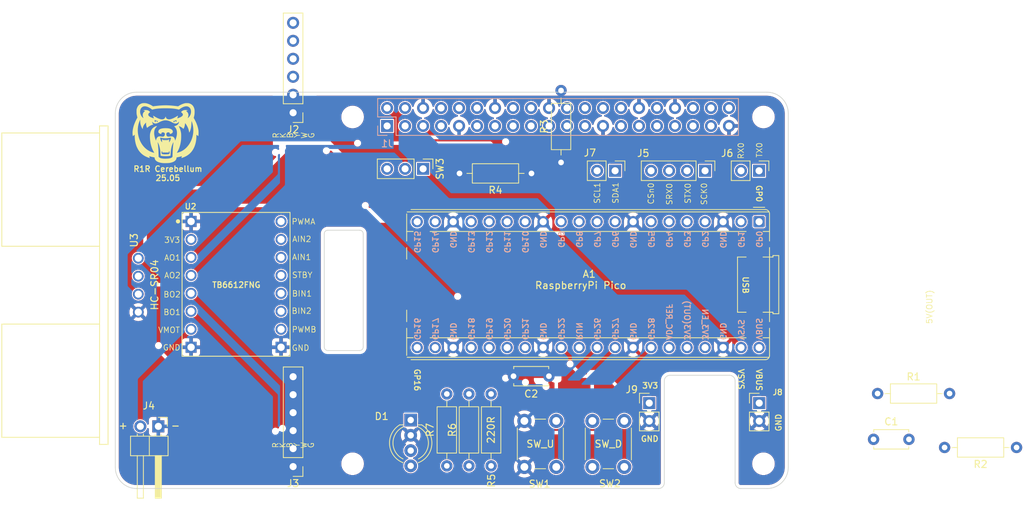
<source format=kicad_pcb>
(kicad_pcb (version 20241229) (generator "pcbnew") (generator_version "9.0")
  (title_block (date "15 nov 2012"))
  (layers (0 "F.Cu" signal) (4 "In1.Cu" signal) (6 "In2.Cu" signal) (2 "B.Cu" signal) (13 "F.Paste" user) (15 "B.Paste" user) (5 "F.SilkS" user "F.Silkscreen") (7 "B.SilkS" user "B.Silkscreen") (1 "F.Mask" user) (3 "B.Mask" user) (25 "Edge.Cuts" user))
  (net 0 "")
  (net 1 "GND")
  (net 2 "/AIN1")
  (net 3 "/R_LED")
  (net 4 "/GPIO4{slash}GPCLK0")
  (net 5 "/SPI0_CSn")
  (net 6 "/SW_PD")
  (net 7 "/GPIO17")
  (net 8 "/GPIO18{slash}PCM.CLK")
  (net 9 "/GPIO27")
  (net 10 "/GPIO22")
  (net 11 "/GPIO23")
  (net 12 "/GPIO24")
  (net 13 "VBUS")
  (net 14 "PICO3.3")
  (net 15 "/GPIO25")
  (net 16 "/UART0_RX")
  (net 17 "/SCL")
  (net 18 "/GPIO7{slash}SPI0.CE1")
  (net 19 "/ID_SDA")
  (net 20 "/ID_SCL")
  (net 21 "/GPIO5")
  (net 22 "/GPIO6")
  (net 23 "/GPIO12{slash}PWM0")
  (net 24 "/GPIO13{slash}PWM1")
  (net 25 "/GPIO19{slash}PCM.FS")
  (net 26 "/GPIO16")
  (net 27 "/GPIO26")
  (net 28 "/GPIO20{slash}PCM.DIN")
  (net 29 "/GPIO21{slash}PCM.DOUT")
  (net 30 "+5V")
  (net 31 "+3V3")
  (net 32 "/TRIG")
  (net 33 "/BENC_W")
  (net 34 "VSYS")
  (net 35 "/STBY")
  (net 36 "/BENC_Y")
  (net 37 "/B_LED")
  (net 38 "/AENC_W")
  (net 39 "/SPI0_SCK")
  (net 40 "/AIN2")
  (net 41 "/SW_PU")
  (net 42 "/PWMB")
  (net 43 "/SDA")
  (net 44 "/ECHO")
  (net 45 "/AENC_Y")
  (net 46 "/UART0_TX")
  (net 48 "/G_LED")
  (net 49 "/PWMA")
  (net 50 "/SPI0_RX")
  (net 51 "/BIN1")
  (net 52 "/BIN2")
  (net 53 "/SPI0_TX")
  (net 54 "/CE0")
  (net 55 "/RXD")
  (net 56 "/TXD")
  (net 57 "/MISO")
  (net 59 "/MOSI")
  (net 60 "/SCLK")
  (net 61 "/BO2")
  (net 63 "/AO2")
  (net 64 "/AO1")
  (net 65 "/VMOT")
  (net 66 "/BO1")
  (net 67 "Net-(D1-BA)")
  (net 68 "Net-(D1-RA)")
  (net 69 "Net-(D1-GA)")
  (net 70 "Net-(U3-ECHO)")
  (footprint "Connector_PinHeader_2.54mm:PinHeader_1x04_P2.54mm_Vertical" (layer "F.Cu") (at 153.255 55.1 -90)
    (property "Reference" "J5" (at -2.475 8.73 180) (layer "F.SilkS"))
    (property "Value" "Conn_SPI")
    (pad "1" thru_hole rect (at 0 0 270) (size 1.7 1.7) (drill 1) (layers "*.Cu" "*.Mask") (net 39 "/SPI0_SCK"))
    (pad "2" thru_hole circle (at 0 2.54 270) (size 1.7 1.7) (drill 1) (layers "*.Cu" "*.Mask") (net 53 "/SPI0_TX"))
    (pad "3" thru_hole circle (at 0 5.08 270) (size 1.7 1.7) (drill 1) (layers "*.Cu" "*.Mask") (net 50 "/SPI0_RX"))
    (pad "4" thru_hole circle (at 0 7.62 270) (size 1.7 1.7) (drill 1) (layers "*.Cu" "*.Mask") (net 5 "/SPI0_CSn"))
  )
  (footprint "MountingHole:MountingHole_2.7mm_M2.5" (layer "F.Cu") (at 161.5 47.5)
    (property "Reference" "MH2" (hide yes))
    (property "Value" "MountingHole_2.7mm_M2.5" (hide yes))
    (pad "" np_thru_hole circle (at 0 0) (size 2.7 2.7) (drill 2.7) (layers "*.Cu" "*.Mask"))
  )
  (footprint "Resistor_THT:R_Axial_DIN0207_L6.3mm_D2.5mm_P10.16mm_Horizontal" (layer "F.Cu") (at 123.05 96.8 90)
    (property "Reference" "R5" (at -2.1 0.05 90) (layer "F.SilkS"))
    (property "Value" "220R" (at 5.08 -0.004 90) (layer "F.SilkS"))
    (pad "1" thru_hole circle (at 0 0 90) (size 1.6 1.6) (drill 0.8) (layers "*.Cu" "*.Mask") (net 67 "Net-(D1-BA)"))
    (pad "2" thru_hole oval (at 10.16 0 90) (size 1.6 1.6) (drill 0.8) (layers "*.Cu" "*.Mask") (net 37 "/B_LED"))
  )
  (footprint "Connector_PinHeader_2.54mm:PinHeader_1x02_P2.54mm_Vertical" (layer "F.Cu") (at 140.555 55.1 -90)
    (property "Reference" "J7" (at -2.525 3.555 180) (layer "F.SilkS"))
    (property "Value" "Conn_I2C")
    (pad "1" thru_hole rect (at 0 0 270) (size 1.7 1.7) (drill 1) (layers "*.Cu" "*.Mask") (net 43 "/SDA"))
    (pad "2" thru_hole circle (at 0 2.54 270) (size 1.7 1.7) (drill 1) (layers "*.Cu" "*.Mask") (net 17 "/SCL"))
  )
  (footprint "LOGO" (layer "F.Cu") (at 77.1 49.8)
    (property "Reference" "G***" (hide yes))
    (property "Value" "LOGO" (hide yes))
  )
  (footprint "Resistor_THT:R_Axial_DIN0207_L6.3mm_D2.5mm_P10.16mm_Horizontal" (layer "F.Cu") (at 132.925 53.925 90)
    (property "Reference" "R3" (at 5.08 -2.37 90) (layer "F.SilkS"))
    (property "Value" "220R")
    (pad "1" thru_hole circle (at 0 0 90) (size 1.6 1.6) (drill 0.8) (layers "*.Cu" "*.Mask") (net 68 "Net-(D1-RA)"))
    (pad "2" thru_hole circle (at 10.16 0 90) (size 1.6 1.6) (drill 0.8) (layers "*.Cu" "*.Mask") (net 3 "/R_LED"))
  )
  (footprint "Connector_PinHeader_2.54mm:PinHeader_1x02_P2.54mm_Vertical" (layer "F.Cu") (at 160.9 87.925)
    (property "Reference" "J8" (at 2.6 -1.525 0) (layer "F.SilkS") (effects (font (size 0.8 0.8))))
    (property "Value" "VBUS(OUT)")
    (pad "1" thru_hole rect (at 0 0) (size 1.7 1.7) (drill 1) (layers "*.Cu" "*.Mask") (net 13 "VBUS"))
    (pad "2" thru_hole circle (at 0 2.54) (size 1.7 1.7) (drill 1) (layers "*.Cu" "*.Mask") (net 1 "GND"))
  )
  (footprint "Resistor_THT:R_Axial_DIN0207_L6.3mm_D2.5mm_P10.16mm_Horizontal" (layer "F.Cu") (at 177.6075 86.58)
    (property "Reference" "R1" (at 5.08 -2.37 0) (layer "F.SilkS"))
    (property "Value" "1.2k")
    (pad "1" thru_hole circle (at 0 0) (size 1.6 1.6) (drill 0.8) (layers "*.Cu" "*.Mask") (net 44 "/ECHO"))
    (pad "2" thru_hole circle (at 10.16 0) (size 1.6 1.6) (drill 0.8) (layers "*.Cu" "*.Mask") (net 70 "Net-(U3-ECHO)"))
  )
  (footprint "Button_Switch_THT:SW_PUSH_6mm_H5mm" (layer "F.Cu") (at 141.85 90.45 -90)
    (property "Reference" "SW2" (at 8.85 2.025 180) (layer "F.SilkS"))
    (property "Value" "PULLDOWN")
    (pad "1" thru_hole circle (at 0 0) (size 2 2) (drill 1.1) (layers "*.Cu" "*.Mask") (net 14 "PICO3.3"))
    (pad "1" thru_hole circle (at 6.5 0) (size 2 2) (drill 1.1) (layers "*.Cu" "*.Mask") (net 14 "PICO3.3"))
    (pad "2" thru_hole circle (at 0 4.5) (size 2 2) (drill 1.1) (layers "*.Cu" "*.Mask") (net 6 "/SW_PD"))
    (pad "2" thru_hole circle (at 6.5 4.5) (size 2 2) (drill 1.1) (layers "*.Cu" "*.Mask") (net 6 "/SW_PD"))
  )
  (footprint "Capacitor_THT:C_Disc_D4.7mm_W2.5mm_P5.00mm" (layer "F.Cu") (at 131.2125 84.125 180)
    (property "Reference" "C2" (at 2.5 -2.5 180) (layer "F.SilkS"))
    (property "Value" "100n")
    (pad "1" thru_hole circle (at 0 0 180) (size 1.6 1.6) (drill 0.8) (layers "*.Cu" "*.Mask") (net 14 "PICO3.3"))
    (pad "2" thru_hole circle (at 5 0 180) (size 1.6 1.6) (drill 0.8) (layers "*.Cu" "*.Mask") (net 6 "/SW_PD"))
  )
  (footprint "Connector_PinHeader_2.54mm:PinHeader_1x02_P2.54mm_Vertical" (layer "F.Cu") (at 160.875 55.1 -90)
    (property "Reference" "J6" (at -2.475 4.5 180) (layer "F.SilkS"))
    (property "Value" "Conn_UART")
    (pad "1" thru_hole rect (at 0 0 270) (size 1.7 1.7) (drill 1) (layers "*.Cu" "*.Mask") (net 46 "/UART0_TX"))
    (pad "2" thru_hole circle (at 0 2.54 270) (size 1.7 1.7) (drill 1) (layers "*.Cu" "*.Mask") (net 16 "/UART0_RX"))
  )
  (footprint "MountingHole:MountingHole_2.7mm_M2.5" (layer "F.Cu") (at 103.5 96.5)
    (property "Reference" "MH3" (hide yes))
    (property "Value" "MountingHole_2.7mm_M2.5" (hide yes))
    (pad "" np_thru_hole circle (at 0 0) (size 2.7 2.7) (drill 2.7) (layers "*.Cu" "*.Mask"))
  )
  (footprint "MountingHole:MountingHole_2.7mm_M2.5" (layer "F.Cu") (at 103.5 47.5)
    (property "Reference" "MH1" (hide yes))
    (property "Value" "MountingHole_2.7mm_M2.5" (hide yes))
    (pad "" np_thru_hole circle (at 0 0) (size 2.7 2.7) (drill 2.7) (layers "*.Cu" "*.Mask"))
  )
  (footprint "HC-SR04:XCVR_HC-SR04" (layer "F.Cu") (at 73.25 71.265 -90)
    (property "Reference" "U3" (at -6.34 0.595 90) (layer "F.SilkS") (effects (font (size 1.00052 1.00052))))
    (property "Value" "HC-SR04" (at -0.04 -2.305 90) (layer "F.SilkS") (effects (font (size 1.001693 1.001693))))
    (pad "1" thru_hole circle (at -3.81 0 270) (size 1.53 1.53) (drill 1.02) (layers "*.Cu" "*.Mask") (net 30 "+5V"))
    (pad "2" thru_hole circle (at -1.27 0 270) (size 1.53 1.53) (drill 1.02) (layers "*.Cu" "*.Mask") (net 32 "/TRIG"))
    (pad "3" thru_hole circle (at 1.27 0 270) (size 1.53 1.53) (drill 1.02) (layers "*.Cu" "*.Mask") (net 70 "Net-(U3-ECHO)"))
    (pad "4" thru_hole circle (at 3.81 0 270) (size 1.53 1.53) (drill 1.02) (layers "*.Cu" "*.Mask") (net 1 "GND"))
  )
  (footprint "LED_THT:LED_D5.0mm-4_RGB_Wide_Pins" (layer "F.Cu") (at 111.7 90.323 -90)
    (property "Reference" "D1" (at -0.523 4.1 180) (layer "F.SilkS"))
    (property "Value" "LED_RKGB")
    (pad "1" thru_hole rect (at 0 0 270) (size 1.8 1.8) (drill 0.9) (layers "*.Cu" "*.Mask") (net 68 "Net-(D1-RA)"))
    (pad "2" thru_hole circle (at 2.159 0 270) (size 1.8 1.8) (drill 0.9) (layers "*.Cu" "*.Mask") (net 1 "GND"))
    (pad "3" thru_hole circle (at 4.318 0 270) (size 1.8 1.8) (drill 0.9) (layers "*.Cu" "*.Mask") (net 69 "Net-(D1-GA)"))
    (pad "4" thru_hole circle (at 6.477 0 270) (size 1.8 1.8) (drill 0.9) (layers "*.Cu" "*.Mask") (net 67 "Net-(D1-BA)"))
  )
  (footprint "Connector_PinHeader_2.54mm:PinHeader_1x06_P2.54mm_Vertical" (layer "F.Cu") (at 95.1 46.9 180)
    (property "Reference" "J2" (at 0 -2.38 180) (layer "F.SilkS"))
    (property "Value" "Conn_01x06_Pin")
    (pad "1" thru_hole rect (at 0 0 180) (size 1.7 1.7) (drill 1) (layers "*.Cu" "*.Mask") (net 64 "/AO1"))
    (pad "2" thru_hole circle (at 0 2.54 180) (size 1.7 1.7) (drill 1) (layers "*.Cu" "*.Mask") (net 63 "/AO2"))
    (pad "3" thru_hole circle (at 0 5.08 180) (size 1.7 1.7) (drill 1) (layers "*.Cu" "*.Mask") (net 30 "+5V"))
    (pad "4" thru_hole circle (at 0 7.62 180) (size 1.7 1.7) (drill 1) (layers "*.Cu" "*.Mask") (net 45 "/AENC_Y"))
    (pad "5" thru_hole circle (at 0 10.16 180) (size 1.7 1.7) (drill 1) (layers "*.Cu" "*.Mask") (net 38 "/AENC_W"))
    (pad "6" thru_hole circle (at 0 12.7 180) (size 1.7 1.7) (drill 1) (layers "*.Cu" "*.Mask") (net 1 "GND"))
  )
  (footprint "Button_Switch_THT:SW_PUSH_6mm_H5mm" (layer "F.Cu") (at 132.25 90.45 -90)
    (property "Reference" "SW1" (at 8.9 2.35 180) (layer "F.SilkS"))
    (property "Value" "PULLUP")
    (pad "1" thru_hole circle (at 0 0) (size 2 2) (drill 1.1) (layers "*.Cu" "*.Mask") (net 41 "/SW_PU"))
    (pad "1" thru_hole circle (at 6.5 0) (size 2 2) (drill 1.1) (layers "*.Cu" "*.Mask") (net 41 "/SW_PU"))
    (pad "2" thru_hole circle (at 0 4.5) (size 2 2) (drill 1.1) (layers "*.Cu" "*.Mask") (net 1 "GND"))
    (pad "2" thru_hole circle (at 6.5 4.5) (size 2 2) (drill 1.1) (layers "*.Cu" "*.Mask") (net 1 "GND"))
  )
  (footprint "Resistor_THT:R_Axial_DIN0207_L6.3mm_D2.5mm_P10.16mm_Horizontal" (layer "F.Cu") (at 197.225 94.2 180)
    (property "Reference" "R2" (at 5.08 -2.37 0) (layer "F.SilkS"))
    (property "Value" "2k")
    (pad "1" thru_hole circle (at 0 0 180) (size 1.6 1.6) (drill 0.8) (layers "*.Cu" "*.Mask") (net 44 "/ECHO"))
    (pad "2" thru_hole circle (at 10.16 0 180) (size 1.6 1.6) (drill 0.8) (layers "*.Cu" "*.Mask") (net 1 "GND"))
  )
  (footprint "Resistor_THT:R_Axial_DIN0207_L6.3mm_D2.5mm_P10.16mm_Horizontal" (layer "F.Cu") (at 128.75 55.475 180)
    (property "Reference" "R4" (at 5.08 -2.37 180) (layer "F.SilkS"))
    (property "Value" "220R")
    (pad "1" thru_hole circle (at 0 0 180) (size 1.6 1.6) (drill 0.8) (layers "*.Cu" "*.Mask") (net 69 "Net-(D1-GA)"))
    (pad "2" thru_hole circle (at 10.16 0 180) (size 1.6 1.6) (drill 0.8) (layers "*.Cu" "*.Mask") (net 48 "/G_LED"))
  )
  (footprint "MountingHole:MountingHole_2.7mm_M2.5" (layer "F.Cu") (at 161.5 96.5)
    (property "Reference" "MH4" (hide yes))
    (property "Value" "MountingHole_2.7mm_M2.5" (hide yes))
    (pad "" np_thru_hole circle (at 0 0) (size 2.7 2.7) (drill 2.7) (layers "*.Cu" "*.Mask"))
  )
  (footprint "Connector_PinHeader_2.54mm:PinHeader_1x06_P2.54mm_Vertical" (layer "F.Cu") (at 95.1 96.9 180)
    (property "Reference" "J3" (at 0 -2.38 180) (layer "F.SilkS"))
    (property "Value" "Conn_01x06_Pin")
    (pad "1" thru_hole rect (at 0 0 180) (size 1.7 1.7) (drill 1) (layers "*.Cu" "*.Mask") (net 66 "/BO1"))
    (pad "2" thru_hole circle (at 0 2.54 180) (size 1.7 1.7) (drill 1) (layers "*.Cu" "*.Mask") (net 61 "/BO2"))
    (pad "3" thru_hole circle (at 0 5.08 180) (size 1.7 1.7) (drill 1) (layers "*.Cu" "*.Mask") (net 30 "+5V"))
    (pad "4" thru_hole circle (at 0 7.62 180) (size 1.7 1.7) (drill 1) (layers "*.Cu" "*.Mask") (net 36 "/BENC_Y"))
    (pad "5" thru_hole circle (at 0 10.16 180) (size 1.7 1.7) (drill 1) (layers "*.Cu" "*.Mask") (net 33 "/BENC_W"))
    (pad "6" thru_hole circle (at 0 12.7 180) (size 1.7 1.7) (drill 1) (layers "*.Cu" "*.Mask") (net 1 "GND"))
  )
  (footprint "Connector_PinHeader_2.54mm:PinHeader_1x02_P2.54mm_Horizontal" (layer "F.Cu") (at 76.075 91.215 -90)
    (property "Reference" "J4" (at -2.9 1.34 180) (layer "F.SilkS"))
    (property "Value" "MD_POW")
    (pad "1" thru_hole rect (at 0 0 270) (size 1.7 1.7) (drill 1) (layers "*.Cu" "*.Mask") (net 1 "GND"))
    (pad "2" thru_hole circle (at 0 2.54 270) (size 1.7 1.7) (drill 1) (layers "*.Cu" "*.Mask") (net 65 "/VMOT"))
  )
  (footprint "Connector_PinHeader_2.54mm:PinHeader_1x03_P2.54mm_Vertical" (layer "F.Cu") (at 113.45 54.825 -90)
    (property "Reference" "SW3" (at 0 -2.38 90) (layer "F.SilkS"))
    (property "Value" "SW_SPDT")
    (pad "1" thru_hole rect (at 0 0 270) (size 1.7 1.7) (drill 1) (layers "*.Cu" "*.Mask") (net 34 "VSYS"))
    (pad "2" thru_hole circle (at 0 2.54 270) (size 1.7 1.7) (drill 1) (layers "*.Cu" "*.Mask") (net 30 "+5V"))
    (pad "3" thru_hole circle (at 0 5.08 270) (size 1.7 1.7) (drill 1) (layers "*.Cu" "*.Mask"))
  )
  (footprint "POLOLU_TB6612:POLOLU_TB6612" (layer "F.Cu") (at 87.05 71.15)
    (property "Reference" "U2" (at -6.425 -11 0) (layer "F.SilkS") (effects (font (size 0.8 0.8))))
    (property "Value" "POLOLU_TB6612_CARRIER")
    (pad "1" thru_hole rect (at -6.35 -8.89) (size 1.56 1.56) (drill 1.04) (layers "*.Cu" "*.Mask") (net 1 "GND"))
    (pad "2" thru_hole circle (at -6.35 -6.35) (size 1.56 1.56) (drill 1.04) (layers "*.Cu" "*.Mask") (net 14 "PICO3.3"))
    (pad "3" thru_hole circle (at -6.35 -3.81) (size 1.56 1.56) (drill 1.04) (layers "*.Cu" "*.Mask") (net 64 "/AO1"))
    (pad "4" thru_hole circle (at -6.35 -1.27) (size 1.56 1.56) (drill 1.04) (layers "*.Cu" "*.Mask") (net 63 "/AO2"))
    (pad "5" thru_hole circle (at -6.35 1.27) (size 1.56 1.56) (drill 1.04) (layers "*.Cu" "*.Mask") (net 61 "/BO2"))
    (pad "6" thru_hole circle (at -6.35 3.81) (size 1.56 1.56) (drill 1.04) (layers "*.Cu" "*.Mask") (net 66 "/BO1"))
    (pad "7" thru_hole circle (at -6.35 6.35) (size 1.56 1.56) (drill 1.04) (layers "*.Cu" "*.Mask") (net 65 "/VMOT"))
    (pad "8" thru_hole rect (at -6.35 8.89) (size 1.56 1.56) (drill 1.04) (layers "*.Cu" "*.Mask") (net 1 "GND"))
    (pad "9" thru_hole rect (at 6.35 8.89) (size 1.56 1.56) (drill 1.04) (layers "*.Cu" "*.Mask") (net 1 "GND"))
    (pad "10" thru_hole circle (at 6.35 6.35) (size 1.56 1.56) (drill 1.04) (layers "*.Cu" "*.Mask") (net 42 "/PWMB"))
    (pad "11" thru_hole circle (at 6.35 3.81) (size 1.56 1.56) (drill 1.04) (layers "*.Cu" "*.Mask") (net 52 "/BIN2"))
    (pad "12" thru_hole circle (at 6.35 1.27) (size 1.56 1.56) (drill 1.04) (layers "*.Cu" "*.Mask") (net 51 "/BIN1"))
    (pad "13" thru_hole circle (at 6.35 -1.27) (size 1.56 1.56) (drill 1.04) (layers "*.Cu" "*.Mask") (net 35 "/STBY"))
    (pad "14" thru_hole circle (at 6.35 -3.81) (size 1.56 1.56) (drill 1.04) (layers "*.Cu" "*.Mask") (net 2 "/AIN1"))
    (pad "15" thru_hole circle (at 6.35 -6.35) (size 1.56 1.56) (drill 1.04) (layers "*.Cu" "*.Mask") (net 40 "/AIN2"))
    (pad "16" thru_hole circle (at 6.35 -8.89) (size 1.56 1.56) (drill 1.04) (layers "*.Cu" "*.Mask") (net 49 "/PWMA"))
  )
  (footprint "Resistor_THT:R_Axial_DIN0207_L6.3mm_D2.5mm_P10.16mm_Horizontal" (layer "F.Cu") (at 119.925 96.8 90)
    (property "Reference" "R6" (at 5.08 -2.37 90) (layer "F.SilkS"))
    (property "Value" "1k")
    (pad "1" thru_hole circle (at 0 0 90) (size 1.6 1.6) (drill 0.8) (layers "*.Cu" "*.Mask") (net 41 "/SW_PU"))
    (pad "2" thru_hole circle (at 10.16 0 90) (size 1.6 1.6) (drill 0.8) (layers "*.Cu" "*.Mask") (net 14 "PICO3.3"))
  )
  (footprint "Capacitor_THT:C_Disc_D4.7mm_W2.5mm_P5.00mm" (layer "F.Cu") (at 177.0375 93.05)
    (property "Reference" "C1" (at 2.5 -2.5 0) (layer "F.SilkS"))
    (property "Value" "100n")
    (pad "1" thru_hole circle (at 0 0) (size 1.6 1.6) (drill 0.8) (layers "*.Cu" "*.Mask") (net 41 "/SW_PU"))
    (pad "2" thru_hole circle (at 5 0) (size 1.6 1.6) (drill 0.8) (layers "*.Cu" "*.Mask") (net 1 "GND"))
  )
  (footprint "Connector_PinHeader_2.54mm:PinHeader_1x02_P2.54mm_Vertical" (layer "F.Cu") (at 145.375 87.925)
    (property "Reference" "J9" (at -2.475 -1.91 180) (layer "F.SilkS"))
    (property "Value" "3V3(OUT)")
    (pad "1" thru_hole rect (at 0 0) (size 1.7 1.7) (drill 1) (layers "*.Cu" "*.Mask") (net 14 "PICO3.3"))
    (pad "2" thru_hole circle (at 0 2.54) (size 1.7 1.7) (drill 1) (layers "*.Cu" "*.Mask") (net 1 "GND"))
  )
  (footprint "RaspberryPi_Pico:RaspberryPi_Pico_Common_THT" (layer "F.Cu") (at 160.875 62.3 -90)
    (property "Reference" "A1" (at 7.4 24.975 0) (layer "F.SilkS") (effects (justify left)))
    (property "Value" "RaspberryPi_Pico")
    (fp_text user "VBUS" (at 20.7 0 270) (layer "F.SilkS") (effects (font (size 0.8 0.8)) (justify left)))
    (fp_text user "VSYS" (at 20.7 2.54 270) (layer "F.SilkS") (effects (font (size 0.8 0.8)) (justify left)))
    (fp_text user "USB" (at 7.65 2.375 270) (layer "F.SilkS") (effects (font (size 0.8 0.8) (thickness 0.15) (bold yes)) (justify left bottom)))
    (fp_text user "GP16" (at 20.7 48.26 270) (layer "F.SilkS") (effects (font (size 0.8 0.8)) (justify left)))
    (fp_text user "GP0" (at -2.7 0 270) (layer "F.SilkS") (effects (font (size 0.8 0.8)) (justify right)))
    (fp_text user "GP19" (at 16.8 38.1 270) (layer "B.SilkS") (effects (font (size 0.8 0.8)) (justify left mirror)))
    (fp_text user "GP18" (at 16.8 40.64 270) (layer "B.SilkS") (effects (font (size 0.8 0.8)) (justify left mirror)))
    (fp_text user "GP12" (at 1.2 38.1 270) (layer "B.SilkS") (effects (font (size 0.8 0.8)) (justify right mirror)))
    (fp_text user "GND" (at 16.8 17.78 270) (layer "B.SilkS") (effects (font (size 0.8 0.8)) (justify left mirror)))
    (fp_text user "ADC_REF" (at 16.8 12.7 270) (layer "B.SilkS") (effects (font (size 0.8 0.8)) (justify left mirror)))
    (fp_text user "VBUS" (at 16.8 0 270) (layer "B.SilkS") (effects (font (size 0.8 0.8)) (justify left mirror)))
    (fp_text user "GP1" (at 1.2 2.54 270) (layer "B.SilkS") (effects (font (size 0.8 0.8)) (justify right mirror)))
    (fp_text user "GP17" (at 16.8 45.72 270) (layer "B.SilkS") (effects (font (size 0.8 0.8)) (justify left mirror)))
    (fp_text user "GP13" (at 1.2 40.64 270) (layer "B.SilkS") (effects (font (size 0.8 0.8)) (justify right mirror)))
    (fp_text user "GP6" (at 1.2 20.32 270) (layer "B.SilkS") (effects (font (size 0.8 0.8)) (justify right mirror)))
    (fp_text user "GP5" (at 1.2 15.24 270) (layer "B.SilkS") (effects (font (size 0.8 0.8)) (justify right mirror)))
    (fp_text user "GP14" (at 1.2 45.72 270) (layer "B.SilkS") (effects (font (size 0.8 0.8)) (justify right mirror)))
    (fp_text user "GP8" (at 1.2 25.4 270) (layer "B.SilkS") (effects (font (size 0.8 0.8)) (justify right mirror)))
    (fp_text user "VSYS" (at 16.8 2.54 270) (layer "B.SilkS") (effects (font (size 0.8 0.8)) (justify left mirror)))
    (fp_text user "GND" (at 1.2 43.18 270) (layer "B.SilkS") (effects (font (size 0.8 0.8)) (justify right mirror)))
    (fp_text user "GND" (at 16.8 5.08 270) (layer "B.SilkS") (effects (font (size 0.8 0.8)) (justify left mirror)))
    (fp_text user "GP0" (at 1.2 0 270) (layer "B.SilkS") (effects (font (size 0.8 0.8)) (justify right mirror)))
    (fp_text user "RUN" (at 16.8 25.4 270) (layer "B.SilkS") (effects (font (size 0.8 0.8)) (justify left mirror)))
    (fp_text user "GP21" (at 16.8 33.02 270) (layer "B.SilkS") (effects (font (size 0.8 0.8)) (justify left mirror)))
    (fp_text user "GP4" (at 1.2 12.7 270) (layer "B.SilkS") (effects (font (size 0.8 0.8)) (justify right mirror)))
    (fp_text user "GND" (at 1.2 5.08 270) (layer "B.SilkS") (effects (font (size 0.8 0.8)) (justify right mirror)))
    (fp_text user "GP3" (at 1.2 10.16 270) (layer "B.SilkS") (effects (font (size 0.8 0.8)) (justify right mirror)))
    (fp_text user "GP20" (at 16.8 35.56 270) (layer "B.SilkS") (effects (font (size 0.8 0.8)) (justify left mirror)))
    (fp_text user "GP26" (at 16.8 22.86 270) (layer "B.SilkS") (effects (font (size 0.8 0.8)) (justify left mirror)))
    (fp_text user "GP22" (at 16.8 27.94 270) (layer "B.SilkS") (effects (font (size 0.8 0.8)) (justify left mirror)))
    (fp_text user "GP11" (at 1.2 35.56 270) (layer "B.SilkS") (effects (font (size 0.8 0.8)) (justify right mirror)))
    (fp_text user "GND" (at 1.2 17.78 270) (layer "B.SilkS") (effects (font (size 0.8 0.8)) (justify right mirror)))
    (fp_text user "GP10" (at 1.2 33.02 270) (layer "B.SilkS") (effects (font (size 0.8 0.8)) (justify right mirror)))
    (fp_text user "GP7" (at 1.2 22.86 270) (layer "B.SilkS") (effects (font (size 0.8 0.8)) (justify right mirror)))
    (fp_text user "GP2" (at 1.2 7.62 270) (layer "B.SilkS") (effects (font (size 0.8 0.8)) (justify right mirror)))
    (fp_text user "GND" (at 16.8 30.48 270) (layer "B.SilkS") (effects (font (size 0.8 0.8)) (justify left mirror)))
    (fp_text user "GP15" (at 1.2 48.26 270) (layer "B.SilkS") (effects (font (size 0.8 0.8)) (justify right mirror)))
    (fp_text user "3V3(OUT)" (at 16.8 10.16 270) (layer "B.SilkS") (effects (font (size 0.8 0.8)) (justify left mirror)))
    (fp_text user "GND" (at 16.8 43.18 270) (layer "B.SilkS") (effects (font (size 0.8 0.8)) (justify left mirror)))
    (fp_text user "GP9" (at 1.2 27.94 270) (layer "B.SilkS") (effects (font (size 0.8 0.8)) (justify right mirror)))
    (fp_text user "3V3_EN" (at 16.8 7.62 270) (layer "B.SilkS") (effects (font (size 0.8 0.8)) (justify left mirror)))
    (fp_text user "GP27" (at 16.8 20.32 270) (layer "B.SilkS") (effects (font (size 0.8 0.8)) (justify left mirror)))
    (fp_text user "GND" (at 1.2 30.48 270) (layer "B.SilkS") (effects (font (size 0.8 0.8)) (justify right mirror)))
    (fp_text user "GP28" (at 16.8 15.24 270) (layer "B.SilkS") (effects (font (size 0.8 0.8)) (justify left mirror)))
    (fp_text user "GP16" (at 16.8 48.26 270) (layer "B.SilkS") (effects (font (size 0.8 0.8)) (justify left mirror)))
    (pad "1" thru_hole roundrect (at 0 0 270) (size 1.6 1.6) (drill 1) (layers "*.Cu" "*.Mask") (roundrect_rratio 0.125) (net 46 "/UART0_TX"))
    (pad "2" thru_hole circle (at 0 2.54 270) (size 1.6 1.6) (drill 1) (layers "*.Cu" "*.Mask") (net 16 "/UART0_RX"))
    (pad "3" thru_hole custom (at 0 5.08 270) (size 1.6 1.6) (drill 1) (layers "*.Cu" "*.Mask") (net 1 "GND") (options (clearance outline) (anchor circle)) (primitives (gr_poly (pts (xy 0.8 0.6) (xy 0.8 -0.6) (xy 0.6 -0.8) (xy 0 -0.8) (xy 0 0.8) (xy 0.6 0.8)) (width 0) (fill yes)) (gr_circle (center 0.6 0.6) (end 0.8 0.6) (width 0) (fill yes)) (gr_circle (center 0.6 -0.6) (end 0.8 -0.6) (width 0) (fill yes))))
    (pad "4" thru_hole circle (at 0 7.62 270) (size 1.6 1.6) (drill 1) (layers "*.Cu" "*.Mask") (net 39 "/SPI0_SCK"))
    (pad "5" thru_hole circle (at 0 10.16 270) (size 1.6 1.6) (drill 1) (layers "*.Cu" "*.Mask") (net 53 "/SPI0_TX"))
    (pad "6" thru_hole circle (at 0 12.7 270) (size 1.6 1.6) (drill 1) (layers "*.Cu" "*.Mask") (net 50 "/SPI0_RX"))
    (pad "7" thru_hole circle (at 0 15.24 270) (size 1.6 1.6) (drill 1) (layers "*.Cu" "*.Mask") (net 5 "/SPI0_CSn"))
    (pad "8" thru_hole custom (at 0 17.78 270) (size 1.6 1.6) (drill 1) (layers "*.Cu" "*.Mask") (net 1 "GND") (options (clearance outline) (anchor circle)) (primitives (gr_poly (pts (xy 0.8 0.6) (xy 0.8 -0.6) (xy 0.6 -0.8) (xy 0 -0.8) (xy 0 0.8) (xy 0.6 0.8)) (width 0) (fill yes)) (gr_circle (center 0.6 0.6) (end 0.8 0.6) (width 0) (fill yes)) (gr_circle (center 0.6 -0.6) (end 0.8 -0.6) (width 0) (fill yes))))
    (pad "9" thru_hole circle (at 0 20.32 270) (size 1.6 1.6) (drill 1) (layers "*.Cu" "*.Mask") (net 43 "/SDA"))
    (pad "10" thru_hole circle (at 0 22.86 270) (size 1.6 1.6) (drill 1) (layers "*.Cu" "*.Mask") (net 17 "/SCL"))
    (pad "11" thru_hole circle (at 0 25.4 270) (size 1.6 1.6) (drill 1) (layers "*.Cu" "*.Mask") (net 32 "/TRIG"))
    (pad "12" thru_hole circle (at 0 27.94 270) (size 1.6 1.6) (drill 1) (layers "*.Cu" "*.Mask") (net 44 "/ECHO"))
    (pad "13" thru_hole custom (at 0 30.48 270) (size 1.6 1.6) (drill 1) (layers "*.Cu" "*.Mask") (net 1 "GND") (options (clearance outline) (anchor circle)) (primitives (gr_poly (pts (xy 0.8 0.6) (xy 0.8 -0.6) (xy 0.6 -0.8) (xy 0 -0.8) (xy 0 0.8) (xy 0.6 0.8)) (width 0) (fill yes)) (gr_circle (center 0.6 0.6) (end 0.8 0.6) (width 0) (fill yes)) (gr_circle (center 0.6 -0.6) (end 0.8 -0.6) (width 0) (fill yes))))
    (pad "14" thru_hole circle (at 0 33.02 270) (size 1.6 1.6) (drill 1) (layers "*.Cu" "*.Mask") (net 38 "/AENC_W"))
    (pad "15" thru_hole circle (at 0 35.56 270) (size 1.6 1.6) (drill 1) (layers "*.Cu" "*.Mask") (net 45 "/AENC_Y"))
    (pad "16" thru_hole circle (at 0 38.1 270) (size 1.6 1.6) (drill 1) (layers "*.Cu" "*.Mask") (net 35 "/STBY"))
    (pad "17" thru_hole circle (at 0 40.64 270) (size 1.6 1.6) (drill 1) (layers "*.Cu" "*.Mask") (net 49 "/PWMA"))
    (pad "18" thru_hole custom (at 0 43.18 270) (size 1.6 1.6) (drill 1) (layers "*.Cu" "*.Mask") (net 1 "GND") (options (clearance outline) (anchor circle)) (primitives (gr_poly (pts (xy 0.8 0.6) (xy 0.8 -0.6) (xy 0.6 -0.8) (xy 0 -0.8) (xy 0 0.8) (xy 0.6 0.8)) (width 0) (fill yes)) (gr_circle (center 0.6 0.6) (end 0.8 0.6) (width 0) (fill yes)) (gr_circle (center 0.6 -0.6) (end 0.8 -0.6) (width 0) (fill yes))))
    (pad "19" thru_hole circle (at 0 45.72 270) (size 1.6 1.6) (drill 1) (layers "*.Cu" "*.Mask") (net 40 "/AIN2"))
    (pad "20" thru_hole circle (at 0 48.26 270) (size 1.6 1.6) (drill 1) (layers "*.Cu" "*.Mask") (net 2 "/AIN1"))
    (pad "21" thru_hole circle (at 17.78 48.26 270) (size 1.6 1.6) (drill 1) (layers "*.Cu" "*.Mask") (net 51 "/BIN1"))
    (pad "22" thru_hole circle (at 17.78 45.72 270) (size 1.6 1.6) (drill 1) (layers "*.Cu" "*.Mask") (net 52 "/BIN2"))
    (pad "23" thru_hole custom (at 17.78 43.18 270) (size 1.6 1.6) (drill 1) (layers "*.Cu" "*.Mask") (net 1 "GND") (options (clearance outline) (anchor circle)) (primitives (gr_poly (pts (xy -0.8 0.6) (xy -0.8 -0.6) (xy -0.6 -0.8) (xy 0 -0.8) (xy 0 0.8) (xy -0.6 0.8)) (width 0) (fill yes)) (gr_circle (center -0.6 0.6) (end -0.4 0.6) (width 0) (fill yes)) (gr_circle (center -0.6 -0.6) (end -0.4 -0.6) (width 0) (fill yes))))
    (pad "24" thru_hole circle (at 17.78 40.64 270) (size 1.6 1.6) (drill 1) (layers "*.Cu" "*.Mask") (net 42 "/PWMB"))
    (pad "25" thru_hole circle (at 17.78 38.1 270) (size 1.6 1.6) (drill 1) (layers "*.Cu" "*.Mask") (net 36 "/BENC_Y"))
    (pad "26" thru_hole circle (at 17.78 35.56 270) (size 1.6 1.6) (drill 1) (layers "*.Cu" "*.Mask") (net 33 "/BENC_W"))
    (pad "27" thru_hole circle (at 17.78 33.02 270) (size 1.6 1.6) (drill 1) (layers "*.Cu" "*.Mask") (net 41 "/SW_PU"))
    (pad "28" thru_hole custom (at 17.78 30.48 270) (size 1.6 1.6) (drill 1) (layers "*.Cu" "*.Mask") (net 1 "GND") (options (clearance outline) (anchor circle)) (primitives (gr_poly (pts (xy -0.8 0.6) (xy -0.8 -0.6) (xy -0.6 -0.8) (xy 0 -0.8) (xy 0 0.8) (xy -0.6 0.8)) (width 0) (fill yes)) (gr_circle (center -0.6 0.6) (end -0.4 0.6) (width 0) (fill yes)) (gr_circle (center -0.6 -0.6) (end -0.4 -0.6) (width 0) (fill yes))))
    (pad "29" thru_hole circle (at 17.78 27.94 270) (size 1.6 1.6) (drill 1) (layers "*.Cu" "*.Mask") (net 6 "/SW_PD"))
    (pad "30" thru_hole circle (at 17.78 25.4 270) (size 1.6 1.6) (drill 1) (layers "*.Cu" "*.Mask"))
    (pad "31" thru_hole circle (at 17.78 22.86 270) (size 1.6 1.6) (drill 1) (layers "*.Cu" "*.Mask") (net 37 "/B_LED"))
    (pad "32" thru_hole circle (at 17.78 20.32 270) (size 1.6 1.6) (drill 1) (layers "*.Cu" "*.Mask") (net 48 "/G_LED"))
    (pad "33" thru_hole custom (at 17.78 17.78 270) (size 1.6 1.6) (drill 1) (layers "*.Cu" "*.Mask") (net 1 "GND") (options (clearance outline) (anchor circle)) (primitives (gr_poly (pts (xy -0.8 0.6) (xy -0.8 -0.6) (xy -0.6 -0.8) (xy 0 -0.8) (xy 0 0.8) (xy -0.6 0.8)) (width 0) (fill yes)) (gr_circle (center -0.6 0.6) (end -0.4 0.6) (width 0) (fill yes)) (gr_circle (center -0.6 -0.6) (end -0.4 -0.6) (width 0) (fill yes))))
    (pad "34" thru_hole circle (at 17.78 15.24 270) (size 1.6 1.6) (drill 1) (layers "*.Cu" "*.Mask") (net 3 "/R_LED"))
    (pad "35" thru_hole circle (at 17.78 12.7 270) (size 1.6 1.6) (drill 1) (layers "*.Cu" "*.Mask"))
    (pad "36" thru_hole circle (at 17.78 10.16 270) (size 1.6 1.6) (drill 1) (layers "*.Cu" "*.Mask") (net 14 "PICO3.3"))
    (pad "37" thru_hole circle (at 17.78 7.62 270) (size 1.6 1.6) (drill 1) (layers "*.Cu" "*.Mask"))
    (pad "38" thru_hole custom (at 17.78 5.08 270) (size 1.6 1.6) (drill 1) (layers "*.Cu" "*.Mask") (net 1 "GND") (options (clearance outline) (anchor circle)) (primitives (gr_poly (pts (xy -0.8 0.6) (xy -0.8 -0.6) (xy -0.6 -0.8) (xy 0 -0.8) (xy 0 0.8) (xy -0.6 0.8)) (width 0) (fill yes)) (gr_circle (center -0.6 0.6) (end -0.4 0.6) (width 0) (fill yes)) (gr_circle (center -0.6 -0.6) (end -0.4 -0.6) (width 0) (fill yes))))
    (pad "39" thru_hole circle (at 17.78 2.54 270) (size 1.6 1.6) (drill 1) (layers "*.Cu" "*.Mask") (net 34 "VSYS"))
    (pad "40" thru_hole circle (at 17.78 0 270) (size 1.6 1.6) (drill 1) (layers "*.Cu" "*.Mask") (net 13 "VBUS"))
  )
  (footprint "Resistor_THT:R_Axial_DIN0207_L6.3mm_D2.5mm_P10.16mm_Horizontal" (layer "F.Cu") (at 116.8 96.8 90)
    (property "Reference" "R7" (at 5.08 -2.37 90) (layer "F.SilkS"))
    (property "Value" "1k")
    (pad "1" thru_hole circle (at 0 0 90) (size 1.6 1.6) (drill 0.8) (layers "*.Cu" "*.Mask") (net 1 "GND"))
    (pad "2" thru_hole circle (at 10.16 0 90) (size 1.6 1.6) (drill 0.8) (layers "*.Cu" "*.Mask") (net 6 "/SW_PD"))
  )
  (footprint "Connector_PinSocket_2.54mm:PinSocket_2x20_P2.54mm_Vertical" (layer "B.Cu") (at 108.37 48.77 -90)
    (property "Reference" "J1" (at 2.5 0 0) (layer "B.SilkS") (effects (justify mirror)))
    (property "Value" "GPIO")
    (pad "1" thru_hole rect (at 0 0 270) (size 1.7 1.7) (drill 1) (layers "*.Cu" "*.Mask") (net 31 "+3V3"))
    (pad "2" thru_hole oval (at -2.54 0 270) (size 1.7 1.7) (drill 1) (layers "*.Cu" "*.Mask") (net 30 "+5V"))
    (pad "3" thru_hole oval (at 0 -2.54 270) (size 1.7 1.7) (drill 1) (layers "*.Cu" "*.Mask") (net 43 "/SDA"))
    (pad "4" thru_hole oval (at -2.54 -2.54 270) (size 1.7 1.7) (drill 1) (layers "*.Cu" "*.Mask") (net 30 "+5V"))
    (pad "5" thru_hole oval (at 0 -5.08 270) (size 1.7 1.7) (drill 1) (layers "*.Cu" "*.Mask") (net 17 "/SCL"))
    (pad "6" thru_hole oval (at -2.54 -5.08 270) (size 1.7 1.7) (drill 1) (layers "*.Cu" "*.Mask") (net 1 "GND"))
    (pad "7" thru_hole oval (at 0 -7.62 270) (size 1.7 1.7) (drill 1) (layers "*.Cu" "*.Mask") (net 4 "/GPIO4{slash}GPCLK0"))
    (pad "8" thru_hole oval (at -2.54 -7.62 270) (size 1.7 1.7) (drill 1) (layers "*.Cu" "*.Mask") (net 56 "/TXD"))
    (pad "9" thru_hole oval (at 0 -10.16 270) (size 1.7 1.7) (drill 1) (layers "*.Cu" "*.Mask") (net 1 "GND"))
    (pad "10" thru_hole oval (at -2.54 -10.16 270) (size 1.7 1.7) (drill 1) (layers "*.Cu" "*.Mask") (net 55 "/RXD"))
    (pad "11" thru_hole oval (at 0 -12.7 270) (size 1.7 1.7) (drill 1) (layers "*.Cu" "*.Mask") (net 7 "/GPIO17"))
    (pad "12" thru_hole oval (at -2.54 -12.7 270) (size 1.7 1.7) (drill 1) (layers "*.Cu" "*.Mask") (net 8 "/GPIO18{slash}PCM.CLK"))
    (pad "13" thru_hole oval (at 0 -15.24 270) (size 1.7 1.7) (drill 1) (layers "*.Cu" "*.Mask") (net 9 "/GPIO27"))
    (pad "14" thru_hole oval (at -2.54 -15.24 270) (size 1.7 1.7) (drill 1) (layers "*.Cu" "*.Mask") (net 1 "GND"))
    (pad "15" thru_hole oval (at 0 -17.78 270) (size 1.7 1.7) (drill 1) (layers "*.Cu" "*.Mask") (net 10 "/GPIO22"))
    (pad "16" thru_hole oval (at -2.54 -17.78 270) (size 1.7 1.7) (drill 1) (layers "*.Cu" "*.Mask") (net 11 "/GPIO23"))
    (pad "17" thru_hole oval (at 0 -20.32 270) (size 1.7 1.7) (drill 1) (layers "*.Cu" "*.Mask") (net 31 "+3V3"))
    (pad "18" thru_hole oval (at -2.54 -20.32 270) (size 1.7 1.7) (drill 1) (layers "*.Cu" "*.Mask") (net 12 "/GPIO24"))
    (pad "19" thru_hole oval (at 0 -22.86 270) (size 1.7 1.7) (drill 1) (layers "*.Cu" "*.Mask") (net 59 "/MOSI"))
    (pad "20" thru_hole oval (at -2.54 -22.86 270) (size 1.7 1.7) (drill 1) (layers "*.Cu" "*.Mask") (net 1 "GND"))
    (pad "21" thru_hole oval (at 0 -25.4 270) (size 1.7 1.7) (drill 1) (layers "*.Cu" "*.Mask") (net 57 "/MISO"))
    (pad "22" thru_hole oval (at -2.54 -25.4 270) (size 1.7 1.7) (drill 1) (layers "*.Cu" "*.Mask") (net 15 "/GPIO25"))
    (pad "23" thru_hole oval (at 0 -27.94 270) (size 1.7 1.7) (drill 1) (layers "*.Cu" "*.Mask") (net 60 "/SCLK"))
    (pad "24" thru_hole oval (at -2.54 -27.94 270) (size 1.7 1.7) (drill 1) (layers "*.Cu" "*.Mask") (net 54 "/CE0"))
    (pad "25" thru_hole oval (at 0 -30.48 270) (size 1.7 1.7) (drill 1) (layers "*.Cu" "*.Mask") (net 1 "GND"))
    (pad "26" thru_hole oval (at -2.54 -30.48 270) (size 1.7 1.7) (drill 1) (layers "*.Cu" "*.Mask") (net 18 "/GPIO7{slash}SPI0.CE1"))
    (pad "27" thru_hole oval (at 0 -33.02 270) (size 1.7 1.7) (drill 1) (layers "*.Cu" "*.Mask") (net 19 "/ID_SDA"))
    (pad "28" thru_hole oval (at -2.54 -33.02 270) (size 1.7 1.7) (drill 1) (layers "*.Cu" "*.Mask") (net 20 "/ID_SCL"))
    (pad "29" thru_hole oval (at 0 -35.56 270) (size 1.7 1.7) (drill 1) (layers "*.Cu" "*.Mask") (net 21 "/GPIO5"))
    (pad "30" thru_hole oval (at -2.54 -35.56 270) (size 1.7 1.7) (drill 1) (layers "*.Cu" "*.Mask") (net 1 "GND"))
    (pad "31" thru_hole oval (at 0 -38.1 270) (size 1.7 1.7) (drill 1) (layers "*.Cu" "*.Mask") (net 22 "/GPIO6"))
    (pad "32" thru_hole oval (at -2.54 -38.1 270) (size 1.7 1.7) (drill 1) (layers "*.Cu" "*.Mask") (net 23 "/GPIO12{slash}PWM0"))
    (pad "33" thru_hole oval (at 0 -40.64 270) (size 1.7 1.7) (drill 1) (layers "*.Cu" "*.Mask") (net 24 "/GPIO13{slash}PWM1"))
    (pad "34" thru_hole oval (at -2.54 -40.64 270) (size 1.7 1.7) (drill 1) (layers "*.Cu" "*.Mask") (net 1 "GND"))
    (pad "35" thru_hole oval (at 0 -43.18 270) (size 1.7 1.7) (drill 1) (layers "*.Cu" "*.Mask") (net 25 "/GPIO19{slash}PCM.FS"))
    (pad "36" thru_hole oval (at -2.54 -43.18 270) (size 1.7 1.7) (drill 1) (layers "*.Cu" "*.Mask") (net 26 "/GPIO16"))
    (pad "37" thru_hole oval (at 0 -45.72 270) (size 1.7 1.7) (drill 1) (layers "*.Cu" "*.Mask") (net 27 "/GPIO26"))
    (pad "38" thru_hole oval (at -2.54 -45.72 270) (size 1.7 1.7) (drill 1) (layers "*.Cu" "*.Mask") (net 28 "/GPIO20{slash}PCM.DIN"))
    (pad "39" thru_hole oval (at 0 -48.26 270) (size 1.7 1.7) (drill 1) (layers "*.Cu" "*.Mask") (net 1 "GND"))
    (pad "40" thru_hole oval (at -2.54 -48.26 270) (size 1.7 1.7) (drill 1) (layers "*.Cu" "*.Mask") (net 29 "/GPIO21{slash}PCM.DOUT"))
  )
  (gr_arc (start 158.3 100) (mid 157.734315 99.765685) (end 157.5 99.2) (stroke (width 0.1)) (layer "Edge.Cuts"))
  (gr_arc (start 162 44) (mid 164.12132 44.87868) (end 165 47) (stroke (width 0.1)) (layer "Edge.Cuts"))
  (gr_line (start 165 97) (end 165 47) (stroke (width 0.1)) (layer "Edge.Cuts"))
  (gr_line (start 146.7 100) (end 73 100) (stroke (width 0.1)) (layer "Edge.Cuts"))
  (gr_arc (start 156.7 84) (mid 157.265685 84.234315) (end 157.5 84.8) (stroke (width 0.1)) (layer "Edge.Cuts"))
  (gr_arc (start 147.5 99.2) (mid 147.265685 99.765685) (end 146.7 100) (stroke (width 0.1)) (layer "Edge.Cuts"))
  (gr_line (start 70 47) (end 70 97) (stroke (width 0.1)) (layer "Edge.Cuts"))
  (gr_arc (start 100 80.5) (mid 99.646447 80.353553) (end 99.5 80) (stroke (width 0.1)) (layer "Edge.Cuts"))
  (gr_line (start 147.5 84.8) (end 147.5 99.2) (stroke (width 0.1)) (layer "Edge.Cuts"))
  (gr_line (start 99.5 64) (end 99.5 80) (stroke (width 0.1)) (layer "Edge.Cuts"))
  (gr_line (start 162 100) (end 158.3 100) (stroke (width 0.1)) (layer "Edge.Cuts"))
  (gr_line (start 157.5 99.2) (end 157.5 84.8) (stroke (width 0.1)) (layer "Edge.Cuts"))
  (gr_line (start 104.5 80.5) (end 100 80.5) (stroke (width 0.1)) (layer "Edge.Cuts"))
  (gr_arc (start 70 47) (mid 70.87868 44.87868) (end 73 44) (stroke (width 0.1)) (layer "Edge.Cuts"))
  (gr_arc (start 165 97) (mid 164.12132 99.12132) (end 162 100) (stroke (width 0.1)) (layer "Edge.Cuts"))
  (gr_line (start 105 64) (end 105 80) (stroke (width 0.1)) (layer "Edge.Cuts"))
  (gr_arc (start 99.5 64) (mid 99.646447 63.646447) (end 100 63.5) (stroke (width 0.1)) (layer "Edge.Cuts"))
  (gr_arc (start 147.5 84.8) (mid 147.734315 84.234315) (end 148.3 84) (stroke (width 0.1)) (layer "Edge.Cuts"))
  (gr_arc (start 73 100) (mid 70.87868 99.12132) (end 70 97) (stroke (width 0.1)) (layer "Edge.Cuts"))
  (gr_line (start 100 63.5) (end 104.5 63.5) (stroke (width 0.1)) (layer "Edge.Cuts"))
  (gr_line (start 156.7 84) (end 148.3 84) (stroke (width 0.1)) (layer "Edge.Cuts"))
  (gr_arc (start 105 80) (mid 104.853553 80.353553) (end 104.5 80.5) (stroke (width 0.1)) (layer "Edge.Cuts"))
  (gr_arc (start 104.5 63.5) (mid 104.853553 63.646447) (end 105 64) (stroke (width 0.1)) (layer "Edge.Cuts"))
  (gr_line (start 162 44) (end 73 44) (stroke (width 0.1)) (layer "Edge.Cuts"))
  (gr_text "BIN2" (at 94.85 75.375 0) (layer "F.SilkS") (effects (font (size 0.8 0.8) (thickness 0.1) (bold yes)) (justify left bottom)))
  (gr_text "GND" (at 94.875 80.6 0) (layer "F.SilkS") (effects (font (size 0.8 0.8) (thickness 0.1) (bold yes)) (justify left bottom)))
  (gr_text "+" (at 71.1 91.1 0) (layer "F.SilkS") (effects (font (size 1 1))))
  (gr_text "SW_D" (at 139.6 93.7 0) (layer "F.SilkS") (effects (font (size 1 1))))
  (gr_text "K" (at 94.15 50.567857 90) (layer "F.SilkS") (effects (font (size 0.8 0.8) (thickness 0.1) (bold yes)) (justify left bottom)))
  (gr_text "R" (at 93.15 50.567857 90) (layer "F.SilkS") (effects (font (size 0.8 0.8) (thickness 0.1) (bold yes)) (justify left bottom)))
  (gr_text "PWMA" (at 94.85 62.75 0) (layer "F.SilkS") (effects (font (size 0.8 0.8) (thickness 0.1) (bold yes)) (justify left bottom)))
  (gr_text "AO1" (at 76.85 67.85 0) (layer "F.SilkS") (effects (font (size 0.8 0.8) (thickness 0.1) (bold yes)) (justify left bottom)))
  (gr_text "BIN1" (at 94.9 72.925 0) (layer "F.SilkS") (effects (font (size 0.8 0.8) (thickness 0.1) (bold yes)) (justify left bottom)))
  (gr_text "AO2" (at 76.85 70.35 0) (layer "F.SilkS") (effects (font (size 0.8 0.8) (thickness 0.1) (bold yes)) (justify left bottom)))
  (gr_text "PWMB" (at 94.875 78 0) (layer "F.SilkS") (effects (font (size 0.8 0.8) (thickness 0.1) (bold yes)) (justify left bottom)))
  (gr_text "SRX0" (at 148.695 60 90) (layer "F.SilkS") (effects (font (size 0.8 0.8) (thickness 0.1) (bold yes)) (justify left bottom)))
  (gr_text "TB6612FNG" (at 83.6 71.7 0) (layer "F.SilkS") (effects (font (size 0.8 0.8) (thickness 0.15) (bold yes)) (justify left bottom)))
  (gr_text "GND" (at 76.675 80.55 0) (layer "F.SilkS") (effects (font (size 0.8 0.8) (thickness 0.1) (bold yes)) (justify left bottom)))
  (gr_text "SW_U" (at 130 93.7 0) (layer "F.SilkS") (effects (font (size 1 1))))
  (gr_text "BO1" (at 76.75 75.55 0) (layer "F.SilkS") (effects (font (size 0.8 0.8) (thickness 0.1) (bold yes)) (justify left bottom)))
  (gr_text "GND" (at 164.1 92 90) (layer "F.SilkS") (effects (font (size 0.8 0.8) (thickness 0.15) (bold yes)) (justify left bottom)))
  (gr_text "R1R Cerebellum\n25.05" (at 77.425 56.6 0) (layer "F.SilkS") (effects (font (size 0.8 0.8) (thickness 0.15) (bold yes)) (justify bottom)))
  (gr_text "K" (at 94.1 94.342857 90) (layer "F.SilkS") (effects (font (size 0.8 0.8) (thickness 0.1) (bold yes)) (justify left bottom)))
  (gr_text "Y" (at 96.15 50.510714 90) (layer "F.SilkS") (effects (font (size 0.8 0.8) (thickness 0.1) (bold yes)) (justify left bottom)))
  (gr_text "SCL1" (at 138.495 59.8 90) (layer "F.SilkS") (effects (font (size 0.8 0.8) (thickness 0.1) (bold yes)) (justify left bottom)))
  (gr_text "RX0" (at 158.795 53.5 90) (layer "F.SilkS") (effects (font (size 0.8 0.8) (thickness 0.1) (bold yes)) (justify left bottom)))
  (gr_text "STBY" (at 94.9 70.3 0) (layer "F.SilkS") (effects (font (size 0.8 0.8) (thickness 0.1) (bold yes)) (justify left bottom)))
  (gr_text "5V(OUT)" (at 185.4 76.8 90) (layer "F.SilkS") (effects (font (size 0.8 0.8) (thickness 0.1) (bold yes)) (justify left bottom)))
  (gr_text "G" (at 98.15 50.567857 90) (layer "F.SilkS") (effects (font (size 0.8 0.8) (thickness 0.1) (bold yes)) (justify left bottom)))
  (gr_text "B" (at 95.1 94.342857 90) (layer "F.SilkS") (effects (font (size 0.8 0.8) (thickness 0.1) (bold yes)) (justify left bottom)))
  (gr_text "W" (at 97.1 94.4 90) (layer "F.SilkS") (effects (font (size 0.8 0.8) (thickness 0.1) (bold yes)) (justify left bottom)))
  (gr_text "3V3" (at 76.85 65.35 0) (layer "F.SilkS") (effects (font (size 0.8 0.8) (thickness 0.1) (bold yes)) (justify left bottom)))
  (gr_text "B" (at 95.15 50.567857 90) (layer "F.SilkS") (effects (font (size 0.8 0.8) (thickness 0.1) (bold yes)) (justify left bottom)))
  (gr_text "Y" (at 96.1 94.285714 90) (layer "F.SilkS") (effects (font (size 0.8 0.8) (thickness 0.1) (bold yes)) (justify left bottom)))
  (gr_text "SDA1" (at 141.095 59.8 90) (layer "F.SilkS") (effects (font (size 0.8 0.8) (thickness 0.1) (bold yes)) (justify left bottom)))
  (gr_text "STX0" (at 151.295 59.8 90) (layer "F.SilkS") (effects (font (size 0.8 0.8) (thickness 0.1) (bold yes)) (justify left bottom)))
  (gr_text "AIN2" (at 94.925 65.225 0) (layer "F.SilkS") (effects (font (size 0.8 0.8) (thickness 0.1) (bold yes)) (justify left bottom)))
  (gr_text "-" (at 78.5 91.1 0) (layer "F.SilkS") (effects (font (size 1 1))))
  (gr_text "TX0" (at 161.395 53.3 90) (layer "F.SilkS") (effects (font (size 0.8 0.8) (thickness 0.1) (bold yes)) (justify left bottom)))
  (gr_text "SCK0" (at 153.595 60 90) (layer "F.SilkS") (effects (font (size 0.8 0.8) (thickness 0.1) (bold yes)) (justify left bottom)))
  (gr_text "VMOT" (at 76 78.075 0) (layer "F.SilkS") (effects (font (size 0.8 0.8) (thickness 0.1) (bold yes)) (justify left bottom)))
  (gr_text "G" (at 98.1 94.342857 90) (layer "F.SilkS") (effects (font (size 0.8 0.8) (thickness 0.1) (bold yes)) (justify left bottom)))
  (gr_text "3V3" (at 144.3 85.925 0) (layer "F.SilkS") (effects (font (size 0.8 0.8) (thickness 0.15) (bold yes)) (justify left bottom)))
  (gr_text "R" (at 93.1 94.342857 90) (layer "F.SilkS") (effects (font (size 0.8 0.8) (thickness 0.1) (bold yes)) (justify left bottom)))
  (gr_text "CSn0" (at 146.095 59.9 90) (layer "F.SilkS") (effects (font (size 0.8 0.8) (thickness 0.1) (bold yes)) (justify left bottom)))
  (gr_text "GND" (at 144.125 93.45 0) (layer "F.SilkS") (effects (font (size 0.8 0.8) (thickness 0.15) (bold yes)) (justify left bottom)))
  (gr_text "RaspberryPi Pico" (at 135.7 71.3 0) (layer "F.SilkS") (effects (font (size 1 1))))
  (gr_text "W" (at 97.15 50.625 90) (layer "F.SilkS") (effects (font (size 0.8 0.8) (thickness 0.1) (bold yes)) (justify left bottom)))
  (gr_text "BO2" (at 76.75 73.05 0) (layer "F.SilkS") (effects (font (size 0.8 0.8) (thickness 0.1) (bold yes)) (justify left bottom)))
  (gr_text "AIN1" (at 94.9 67.775 0) (layer "F.SilkS") (effects (font (size 0.8 0.8) (thickness 0.1) (bold yes)) (justify left bottom)))
  (zone (net 1) (net_name "GND") (layers "F.Cu" "B.Cu") (connect_pads (clearance 0)) (min_thickness 0.25) (fill yes (thermal_gap 0.5) (thermal_bridge_width 0.5))
    (polygon (pts (xy 66 42) (xy 66 105) (xy 168 105) (xy 168 42)))
  )
)
</source>
